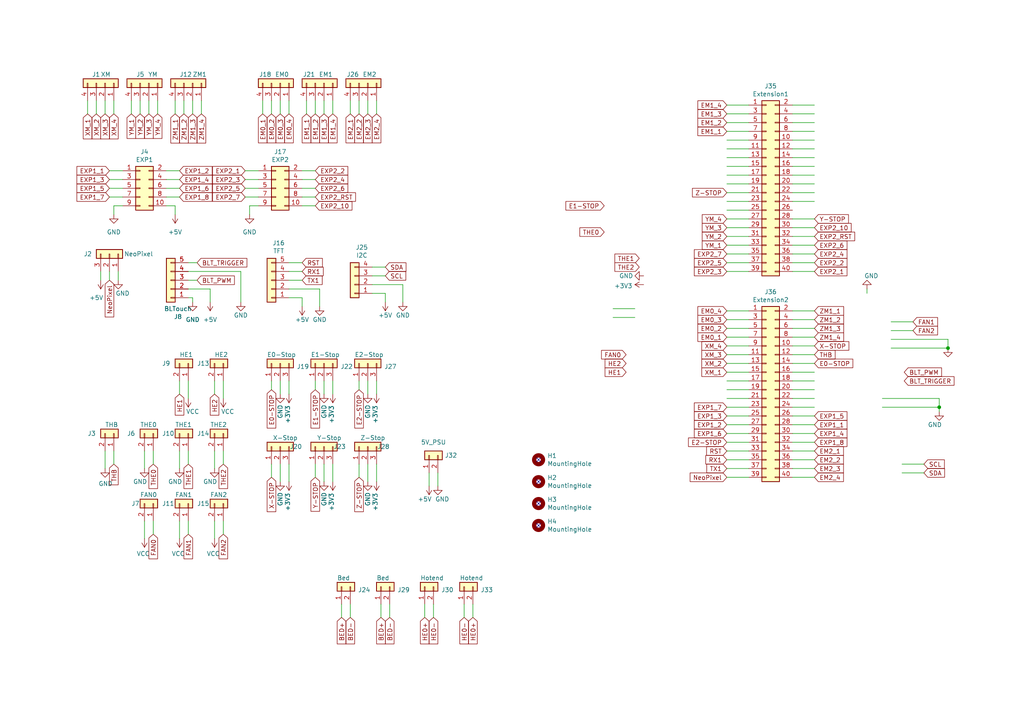
<source format=kicad_sch>
(kicad_sch (version 20230121) (generator eeschema)
  (paper "A4")
  (lib_symbols
    (symbol "Connector_Generic:Conn_01x02" (pin_names (offset 1.016) hide)
      (property "Reference" "J" (at 0 2.54 0))
      (property "Value" "Conn_01x02" (at 0 -5.08 0))
      (symbol "Conn_01x02_1_1"
        (pin passive line (at -5.08 0 0) (length 3.81) (name "Pin_1") (number "1"))
        (pin passive line (at -5.08 -2.54 0) (length 3.81) (name "Pin_2") (number "2"))
      )
    )
    (symbol "Connector_Generic:Conn_01x03" (pin_names (offset 1.016) hide)
      (property "Reference" "J" (at 0 5.08 0))
      (property "Value" "Conn_01x03" (at 0 -5.08 0))
      (symbol "Conn_01x03_1_1"
        (pin passive line (at -5.08 2.54 0) (length 3.81) (name "Pin_1") (number "1"))
        (pin passive line (at -5.08 0 0) (length 3.81) (name "Pin_2") (number "2"))
        (pin passive line (at -5.08 -2.54 0) (length 3.81) (name "Pin_3") (number "3"))
      )
    )
    (symbol "Connector_Generic:Conn_01x04" (pin_names (offset 1.016) hide)
      (property "Reference" "J" (at 0 5.08 0))
      (property "Value" "Conn_01x04" (at 0 -7.62 0))
      (symbol "Conn_01x04_1_1"
        (pin passive line (at -5.08 2.54 0) (length 3.81) (name "Pin_1") (number "1"))
        (pin passive line (at -5.08 0 0) (length 3.81) (name "Pin_2") (number "2"))
        (pin passive line (at -5.08 -2.54 0) (length 3.81) (name "Pin_3") (number "3"))
        (pin passive line (at -5.08 -5.08 0) (length 3.81) (name "Pin_4") (number "4"))
      )
    )
    (symbol "Connector_Generic:Conn_01x05" (pin_names (offset 1.016) hide)
      (property "Reference" "J" (at 0 7.62 0))
      (property "Value" "Conn_01x05" (at 0 -7.62 0))
      (symbol "Conn_01x05_1_1"
        (pin passive line (at -5.08 5.08 0) (length 3.81) (name "Pin_1") (number "1"))
        (pin passive line (at -5.08 2.54 0) (length 3.81) (name "Pin_2") (number "2"))
        (pin passive line (at -5.08 0 0) (length 3.81) (name "Pin_3") (number "3"))
        (pin passive line (at -5.08 -2.54 0) (length 3.81) (name "Pin_4") (number "4"))
        (pin passive line (at -5.08 -5.08 0) (length 3.81) (name "Pin_5") (number "5"))
      )
    )
    (symbol "Connector_Generic:Conn_02x05_Odd_Even" (pin_names (offset 1.016) hide)
      (property "Reference" "J" (at 1.27 7.62 0))
      (property "Value" "Conn_02x05_Odd_Even" (at 1.27 -7.62 0))
      (symbol "Conn_02x05_Odd_Even_1_1"
        (pin passive line (at -5.08 5.08 0) (length 3.81) (name "Pin_1") (number "1"))
        (pin passive line (at 7.62 -5.08 180) (length 3.81) (name "Pin_10") (number "10"))
        (pin passive line (at 7.62 5.08 180) (length 3.81) (name "Pin_2") (number "2"))
        (pin passive line (at -5.08 2.54 0) (length 3.81) (name "Pin_3") (number "3"))
        (pin passive line (at 7.62 2.54 180) (length 3.81) (name "Pin_4") (number "4"))
        (pin passive line (at -5.08 0 0) (length 3.81) (name "Pin_5") (number "5"))
        (pin passive line (at 7.62 0 180) (length 3.81) (name "Pin_6") (number "6"))
        (pin passive line (at -5.08 -2.54 0) (length 3.81) (name "Pin_7") (number "7"))
        (pin passive line (at 7.62 -2.54 180) (length 3.81) (name "Pin_8") (number "8"))
        (pin passive line (at -5.08 -5.08 0) (length 3.81) (name "Pin_9") (number "9"))
      )
    )
    (symbol "Connector_Generic:Conn_02x20_Odd_Even" (pin_names (offset 1.016) hide)
      (property "Reference" "J" (at 1.27 25.4 0))
      (property "Value" "Conn_02x20_Odd_Even" (at 1.27 -27.94 0))
      (symbol "Conn_02x20_Odd_Even_1_1"
        (pin passive line (at -5.08 22.86 0) (length 3.81) (name "Pin_1") (number "1"))
        (pin passive line (at 7.62 12.7 180) (length 3.81) (name "Pin_10") (number "10"))
        (pin passive line (at -5.08 10.16 0) (length 3.81) (name "Pin_11") (number "11"))
        (pin passive line (at 7.62 10.16 180) (length 3.81) (name "Pin_12") (number "12"))
        (pin passive line (at -5.08 7.62 0) (length 3.81) (name "Pin_13") (number "13"))
        (pin passive line (at 7.62 7.62 180) (length 3.81) (name "Pin_14") (number "14"))
        (pin passive line (at -5.08 5.08 0) (length 3.81) (name "Pin_15") (number "15"))
        (pin passive line (at 7.62 5.08 180) (length 3.81) (name "Pin_16") (number "16"))
        (pin passive line (at -5.08 2.54 0) (length 3.81) (name "Pin_17") (number "17"))
        (pin passive line (at 7.62 2.54 180) (length 3.81) (name "Pin_18") (number "18"))
        (pin passive line (at -5.08 0 0) (length 3.81) (name "Pin_19") (number "19"))
        (pin passive line (at 7.62 22.86 180) (length 3.81) (name "Pin_2") (number "2"))
        (pin passive line (at 7.62 0 180) (length 3.81) (name "Pin_20") (number "20"))
        (pin passive line (at -5.08 -2.54 0) (length 3.81) (name "Pin_21") (number "21"))
        (pin passive line (at 7.62 -2.54 180) (length 3.81) (name "Pin_22") (number "22"))
        (pin passive line (at -5.08 -5.08 0) (length 3.81) (name "Pin_23") (number "23"))
        (pin passive line (at 7.62 -5.08 180) (length 3.81) (name "Pin_24") (number "24"))
        (pin passive line (at -5.08 -7.62 0) (length 3.81) (name "Pin_25") (number "25"))
        (pin passive line (at 7.62 -7.62 180) (length 3.81) (name "Pin_26") (number "26"))
        (pin passive line (at -5.08 -10.16 0) (length 3.81) (name "Pin_27") (number "27"))
        (pin passive line (at 7.62 -10.16 180) (length 3.81) (name "Pin_28") (number "28"))
        (pin passive line (at -5.08 -12.7 0) (length 3.81) (name "Pin_29") (number "29"))
        (pin passive line (at -5.08 20.32 0) (length 3.81) (name "Pin_3") (number "3"))
        (pin passive line (at 7.62 -12.7 180) (length 3.81) (name "Pin_30") (number "30"))
        (pin passive line (at -5.08 -15.24 0) (length 3.81) (name "Pin_31") (number "31"))
        (pin passive line (at 7.62 -15.24 180) (length 3.81) (name "Pin_32") (number "32"))
        (pin passive line (at -5.08 -17.78 0) (length 3.81) (name "Pin_33") (number "33"))
        (pin passive line (at 7.62 -17.78 180) (length 3.81) (name "Pin_34") (number "34"))
        (pin passive line (at -5.08 -20.32 0) (length 3.81) (name "Pin_35") (number "35"))
        (pin passive line (at 7.62 -20.32 180) (length 3.81) (name "Pin_36") (number "36"))
        (pin passive line (at -5.08 -22.86 0) (length 3.81) (name "Pin_37") (number "37"))
        (pin passive line (at 7.62 -22.86 180) (length 3.81) (name "Pin_38") (number "38"))
        (pin passive line (at -5.08 -25.4 0) (length 3.81) (name "Pin_39") (number "39"))
        (pin passive line (at 7.62 20.32 180) (length 3.81) (name "Pin_4") (number "4"))
        (pin passive line (at 7.62 -25.4 180) (length 3.81) (name "Pin_40") (number "40"))
        (pin passive line (at -5.08 17.78 0) (length 3.81) (name "Pin_5") (number "5"))
        (pin passive line (at 7.62 17.78 180) (length 3.81) (name "Pin_6") (number "6"))
        (pin passive line (at -5.08 15.24 0) (length 3.81) (name "Pin_7") (number "7"))
        (pin passive line (at 7.62 15.24 180) (length 3.81) (name "Pin_8") (number "8"))
        (pin passive line (at -5.08 12.7 0) (length 3.81) (name "Pin_9") (number "9"))
      )
    )
    (symbol "Mechanical:MountingHole" (pin_names (offset 1.016))
      (property "Reference" "H" (at 0 5.08 0))
      (property "Value" "MountingHole" (at 0 3.175 0))
    )
    (symbol "breakout_boards-rescue:+3.3V-power" (power) (pin_names (offset 0))
      (property "Value" "+3.3V-power" (at 0 3.556 0))
      (symbol "+3.3V-power_1_1"
        (pin power_in line (at 0 0 90) (length 0) hide (name "+3V3") (number "1"))
      )
    )
    (symbol "power:+5V" (power) (pin_names (offset 0))
      (property "Value" "+5V" (at 0 3.556 0))
      (symbol "+5V_1_1"
        (pin power_in line (at 0 0 90) (length 0) hide (name "+5V") (number "1"))
      )
    )
    (symbol "power:GND" (power) (pin_names (offset 0))
      (property "Value" "GND" (at 0 -3.81 0))
      (symbol "GND_1_1"
        (pin power_in line (at 0 0 270) (length 0) hide (name "GND") (number "1"))
      )
    )
    (symbol "power:VCC" (power) (pin_names (offset 0))
      (property "Value" "VCC" (at 0 3.81 0))
      (symbol "VCC_1_1"
        (pin power_in line (at 0 0 90) (length 0) hide (name "VCC") (number "1"))
      )
    )
  )
  (junction (at 272.415 118.11))
  (junction (at 274.955 100.965))
  (no_connect (at 156.21 139.7))
  (no_connect (at 156.21 146.05))
  (no_connect (at 156.21 133.35))
  (no_connect (at 156.21 152.4))
  (wire (pts (xy 31.75 49.53) (xy 35.56 49.53)))
  (wire (pts (xy 217.17 68.58) (xy 210.82 68.58)))
  (wire (pts (xy 217.17 60.96) (xy 210.82 60.96)))
  (wire (pts (xy 35.56 52.07) (xy 31.75 52.07)))
  (wire (pts (xy 109.22 139.7) (xy 109.22 134.62)))
  (wire (pts (xy 229.87 73.66) (xy 236.22 73.66)))
  (wire (pts (xy 54.61 154.94) (xy 54.61 151.13)))
  (wire (pts (xy 106.68 139.7) (xy 106.68 134.62)))
  (wire (pts (xy 217.17 123.19) (xy 210.82 123.19)))
  (wire (pts (xy 88.9 29.21) (xy 88.9 33.02)))
  (wire (pts (xy 123.19 175.26) (xy 123.19 179.07)))
  (wire (pts (xy 91.44 33.02) (xy 91.44 29.21)))
  (wire (pts (xy 83.82 76.2) (xy 87.63 76.2)))
  (wire (pts (xy 33.02 59.69) (xy 35.56 59.69)))
  (wire (pts (xy 38.1 33.02) (xy 38.1 29.21)))
  (wire (pts (xy 34.29 81.28) (xy 34.29 78.74)))
  (wire (pts (xy 236.22 118.11) (xy 229.87 118.11)))
  (wire (pts (xy 217.17 135.89) (xy 210.82 135.89)))
  (wire (pts (xy 217.17 97.79) (xy 210.82 97.79)))
  (wire (pts (xy 91.44 54.61) (xy 87.63 54.61)))
  (wire (pts (xy 125.73 175.26) (xy 125.73 179.07)))
  (wire (pts (xy 64.77 115.57) (xy 64.77 110.49)))
  (wire (pts (xy 96.52 114.3) (xy 96.52 110.49)))
  (wire (pts (xy 52.07 49.53) (xy 48.26 49.53)))
  (wire (pts (xy 236.22 92.71) (xy 229.87 92.71)))
  (wire (pts (xy 87.63 86.36) (xy 83.82 86.36)))
  (wire (pts (xy 217.17 73.66) (xy 210.82 73.66)))
  (wire (pts (xy 210.82 53.34) (xy 217.17 53.34)))
  (wire (pts (xy 69.85 87.63) (xy 69.85 78.74)))
  (wire (pts (xy 177.8 92.075) (xy 184.15 92.075)))
  (wire (pts (xy 255.905 115.57) (xy 272.415 115.57)))
  (wire (pts (xy 72.39 62.23) (xy 72.39 59.69)))
  (wire (pts (xy 53.34 33.02) (xy 53.34 29.21)))
  (wire (pts (xy 124.46 137.16) (xy 124.46 140.97)))
  (wire (pts (xy 236.22 135.89) (xy 229.87 135.89)))
  (wire (pts (xy 217.17 130.81) (xy 210.82 130.81)))
  (wire (pts (xy 110.49 175.26) (xy 110.49 179.07)))
  (wire (pts (xy 236.22 66.04) (xy 229.87 66.04)))
  (wire (pts (xy 229.87 63.5) (xy 236.22 63.5)))
  (wire (pts (xy 107.95 77.47) (xy 111.76 77.47)))
  (wire (pts (xy 83.82 83.82) (xy 92.71 83.82)))
  (wire (pts (xy 52.07 130.81) (xy 52.07 135.89)))
  (wire (pts (xy 229.87 97.79) (xy 236.22 97.79)))
  (wire (pts (xy 83.82 33.02) (xy 83.82 29.21)))
  (wire (pts (xy 272.415 118.11) (xy 272.415 119.38)))
  (wire (pts (xy 78.74 113.03) (xy 78.74 110.49)))
  (wire (pts (xy 210.82 133.35) (xy 217.17 133.35)))
  (wire (pts (xy 44.45 130.81) (xy 44.45 134.62)))
  (wire (pts (xy 236.22 68.58) (xy 229.87 68.58)))
  (wire (pts (xy 217.17 100.33) (xy 210.82 100.33)))
  (wire (pts (xy 87.63 59.69) (xy 91.44 59.69)))
  (wire (pts (xy 255.905 118.11) (xy 272.415 118.11)))
  (wire (pts (xy 217.17 55.88) (xy 210.82 55.88)))
  (wire (pts (xy 25.4 33.02) (xy 25.4 29.21)))
  (wire (pts (xy 236.22 100.33) (xy 229.87 100.33)))
  (wire (pts (xy 41.91 151.13) (xy 41.91 156.21)))
  (wire (pts (xy 96.52 33.02) (xy 96.52 29.21)))
  (wire (pts (xy 217.17 90.17) (xy 210.82 90.17)))
  (wire (pts (xy 62.23 151.13) (xy 62.23 156.21)))
  (wire (pts (xy 229.87 90.17) (xy 236.22 90.17)))
  (wire (pts (xy 44.45 154.94) (xy 44.45 151.13)))
  (wire (pts (xy 217.17 92.71) (xy 210.82 92.71)))
  (wire (pts (xy 52.07 151.13) (xy 52.07 156.21)))
  (wire (pts (xy 251.46 83.82) (xy 251.46 85.09)))
  (wire (pts (xy 258.445 100.965) (xy 274.955 100.965)))
  (wire (pts (xy 217.17 102.87) (xy 210.82 102.87)))
  (wire (pts (xy 236.22 128.27) (xy 229.87 128.27)))
  (wire (pts (xy 60.96 83.82) (xy 54.61 83.82)))
  (wire (pts (xy 48.26 57.15) (xy 52.07 57.15)))
  (wire (pts (xy 29.21 78.74) (xy 29.21 81.28)))
  (wire (pts (xy 50.8 29.21) (xy 50.8 33.02)))
  (wire (pts (xy 83.82 139.7) (xy 83.82 134.62)))
  (wire (pts (xy 236.22 138.43) (xy 229.87 138.43)))
  (wire (pts (xy 106.68 29.21) (xy 106.68 33.02)))
  (wire (pts (xy 210.82 48.26) (xy 217.17 48.26)))
  (wire (pts (xy 111.76 85.09) (xy 107.95 85.09)))
  (wire (pts (xy 52.07 110.49) (xy 52.07 114.3)))
  (wire (pts (xy 217.17 30.48) (xy 210.82 30.48)))
  (wire (pts (xy 109.22 114.3) (xy 109.22 110.49)))
  (wire (pts (xy 107.95 80.01) (xy 111.76 80.01)))
  (wire (pts (xy 81.28 29.21) (xy 81.28 33.02)))
  (wire (pts (xy 210.82 63.5) (xy 217.17 63.5)))
  (wire (pts (xy 78.74 138.43) (xy 78.74 134.62)))
  (wire (pts (xy 87.63 57.15) (xy 91.44 57.15)))
  (wire (pts (xy 35.56 57.15) (xy 31.75 57.15)))
  (wire (pts (xy 60.96 87.63) (xy 60.96 83.82)))
  (wire (pts (xy 71.12 54.61) (xy 74.93 54.61)))
  (wire (pts (xy 210.82 43.18) (xy 217.17 43.18)))
  (wire (pts (xy 236.22 50.8) (xy 229.87 50.8)))
  (wire (pts (xy 236.22 40.64) (xy 229.87 40.64)))
  (wire (pts (xy 62.23 130.81) (xy 62.23 135.89)))
  (wire (pts (xy 45.72 33.02) (xy 45.72 29.21)))
  (wire (pts (xy 236.22 107.95) (xy 229.87 107.95)))
  (wire (pts (xy 229.87 105.41) (xy 236.22 105.41)))
  (wire (pts (xy 64.77 154.94) (xy 64.77 151.13)))
  (wire (pts (xy 137.16 175.26) (xy 137.16 179.07)))
  (wire (pts (xy 236.22 102.87) (xy 229.87 102.87)))
  (wire (pts (xy 87.63 78.74) (xy 83.82 78.74)))
  (wire (pts (xy 217.17 105.41) (xy 210.82 105.41)))
  (wire (pts (xy 217.17 110.49) (xy 210.82 110.49)))
  (wire (pts (xy 210.82 33.02) (xy 217.17 33.02)))
  (wire (pts (xy 91.44 113.03) (xy 91.44 110.49)))
  (wire (pts (xy 30.48 33.02) (xy 30.48 29.21)))
  (wire (pts (xy 104.14 138.43) (xy 104.14 134.62)))
  (wire (pts (xy 50.8 59.69) (xy 50.8 62.23)))
  (wire (pts (xy 31.75 81.28) (xy 31.75 78.74)))
  (wire (pts (xy 217.17 113.03) (xy 210.82 113.03)))
  (wire (pts (xy 258.445 98.425) (xy 274.955 98.425)))
  (wire (pts (xy 99.06 175.26) (xy 99.06 179.07)))
  (wire (pts (xy 101.6 175.26) (xy 101.6 179.07)))
  (wire (pts (xy 217.17 50.8) (xy 210.82 50.8)))
  (wire (pts (xy 71.12 49.53) (xy 74.93 49.53)))
  (wire (pts (xy 229.87 120.65) (xy 236.22 120.65)))
  (wire (pts (xy 33.02 62.23) (xy 33.02 59.69)))
  (wire (pts (xy 64.77 130.81) (xy 64.77 134.62)))
  (wire (pts (xy 104.14 113.03) (xy 104.14 110.49)))
  (wire (pts (xy 74.93 57.15) (xy 71.12 57.15)))
  (wire (pts (xy 210.82 125.73) (xy 217.17 125.73)))
  (wire (pts (xy 210.82 76.2) (xy 217.17 76.2)))
  (wire (pts (xy 40.64 29.21) (xy 40.64 33.02)))
  (wire (pts (xy 236.22 133.35) (xy 229.87 133.35)))
  (wire (pts (xy 210.82 78.74) (xy 217.17 78.74)))
  (wire (pts (xy 87.63 88.9) (xy 87.63 86.36)))
  (wire (pts (xy 274.955 98.425) (xy 274.955 100.965)))
  (wire (pts (xy 81.28 110.49) (xy 81.28 114.3)))
  (wire (pts (xy 229.87 38.1) (xy 236.22 38.1)))
  (wire (pts (xy 54.61 86.36) (xy 55.88 86.36)))
  (wire (pts (xy 48.26 59.69) (xy 50.8 59.69)))
  (wire (pts (xy 267.97 137.16) (xy 261.62 137.16)))
  (wire (pts (xy 236.22 113.03) (xy 229.87 113.03)))
  (wire (pts (xy 107.95 82.55) (xy 116.84 82.55)))
  (wire (pts (xy 74.93 52.07) (xy 71.12 52.07)))
  (wire (pts (xy 217.17 115.57) (xy 210.82 115.57)))
  (wire (pts (xy 229.87 58.42) (xy 236.22 58.42)))
  (wire (pts (xy 127 140.97) (xy 127 137.16)))
  (wire (pts (xy 217.17 118.11) (xy 210.82 118.11)))
  (wire (pts (xy 54.61 115.57) (xy 54.61 110.49)))
  (wire (pts (xy 229.87 43.18) (xy 236.22 43.18)))
  (wire (pts (xy 43.18 29.21) (xy 43.18 33.02)))
  (wire (pts (xy 52.07 54.61) (xy 48.26 54.61)))
  (wire (pts (xy 96.52 139.7) (xy 96.52 134.62)))
  (wire (pts (xy 92.71 83.82) (xy 92.71 88.9)))
  (wire (pts (xy 93.98 29.21) (xy 93.98 33.02)))
  (wire (pts (xy 104.14 33.02) (xy 104.14 29.21)))
  (wire (pts (xy 87.63 52.07) (xy 91.44 52.07)))
  (wire (pts (xy 272.415 115.57) (xy 272.415 118.11)))
  (wire (pts (xy 210.82 38.1) (xy 217.17 38.1)))
  (wire (pts (xy 236.22 71.12) (xy 229.87 71.12)))
  (wire (pts (xy 109.22 33.02) (xy 109.22 29.21)))
  (wire (pts (xy 76.2 29.21) (xy 76.2 33.02)))
  (wire (pts (xy 229.87 125.73) (xy 236.22 125.73)))
  (wire (pts (xy 93.98 110.49) (xy 93.98 114.3)))
  (wire (pts (xy 134.62 175.26) (xy 134.62 179.07)))
  (wire (pts (xy 236.22 35.56) (xy 229.87 35.56)))
  (wire (pts (xy 217.17 95.25) (xy 210.82 95.25)))
  (wire (pts (xy 33.02 130.81) (xy 33.02 134.62)))
  (wire (pts (xy 93.98 139.7) (xy 93.98 134.62)))
  (wire (pts (xy 236.22 78.74) (xy 229.87 78.74)))
  (wire (pts (xy 33.02 29.21) (xy 33.02 33.02)))
  (wire (pts (xy 78.74 33.02) (xy 78.74 29.21)))
  (wire (pts (xy 236.22 30.48) (xy 229.87 30.48)))
  (wire (pts (xy 101.6 29.21) (xy 101.6 33.02)))
  (wire (pts (xy 236.22 45.72) (xy 229.87 45.72)))
  (wire (pts (xy 91.44 49.53) (xy 87.63 49.53)))
  (wire (pts (xy 106.68 110.49) (xy 106.68 114.3)))
  (wire (pts (xy 236.22 123.19) (xy 229.87 123.19)))
  (wire (pts (xy 217.17 138.43) (xy 210.82 138.43)))
  (wire (pts (xy 217.17 35.56) (xy 210.82 35.56)))
  (wire (pts (xy 229.87 115.57) (xy 236.22 115.57)))
  (wire (pts (xy 111.76 87.63) (xy 111.76 85.09)))
  (wire (pts (xy 72.39 59.69) (xy 74.93 59.69)))
  (wire (pts (xy 229.87 33.02) (xy 236.22 33.02)))
  (wire (pts (xy 62.23 110.49) (xy 62.23 114.3)))
  (wire (pts (xy 31.75 54.61) (xy 35.56 54.61)))
  (wire (pts (xy 54.61 76.2) (xy 57.15 76.2)))
  (wire (pts (xy 217.17 40.64) (xy 210.82 40.64)))
  (wire (pts (xy 69.85 78.74) (xy 54.61 78.74)))
  (wire (pts (xy 30.48 135.89) (xy 30.48 130.81)))
  (wire (pts (xy 184.15 89.535) (xy 177.8 89.535)))
  (wire (pts (xy 210.82 71.12) (xy 217.17 71.12)))
  (wire (pts (xy 264.795 95.885) (xy 258.445 95.885)))
  (wire (pts (xy 91.44 138.43) (xy 91.44 134.62)))
  (wire (pts (xy 27.94 29.21) (xy 27.94 33.02)))
  (wire (pts (xy 55.88 86.36) (xy 55.88 87.63)))
  (wire (pts (xy 229.87 53.34) (xy 236.22 53.34)))
  (wire (pts (xy 258.445 93.345) (xy 264.795 93.345)))
  (wire (pts (xy 83.82 81.28) (xy 87.63 81.28)))
  (wire (pts (xy 210.82 58.42) (xy 217.17 58.42)))
  (wire (pts (xy 83.82 114.3) (xy 83.82 110.49)))
  (wire (pts (xy 261.62 134.62) (xy 267.97 134.62)))
  (wire (pts (xy 54.61 130.81) (xy 54.61 134.62)))
  (wire (pts (xy 58.42 33.02) (xy 58.42 29.21)))
  (wire (pts (xy 116.84 82.55) (xy 116.84 87.63)))
  (wire (pts (xy 210.82 128.27) (xy 217.17 128.27)))
  (wire (pts (xy 229.87 95.25) (xy 236.22 95.25)))
  (wire (pts (xy 217.17 45.72) (xy 210.82 45.72)))
  (wire (pts (xy 229.87 76.2) (xy 236.22 76.2)))
  (wire (pts (xy 57.15 81.28) (xy 54.61 81.28)))
  (wire (pts (xy 48.26 52.07) (xy 52.07 52.07)))
  (wire (pts (xy 41.91 130.81) (xy 41.91 135.89)))
  (wire (pts (xy 113.03 175.26) (xy 113.03 179.07)))
  (wire (pts (xy 236.22 55.88) (xy 229.87 55.88)))
  (wire (pts (xy 210.82 120.65) (xy 217.17 120.65)))
  (wire (pts (xy 229.87 110.49) (xy 236.22 110.49)))
  (wire (pts (xy 229.87 48.26) (xy 236.22 48.26)))
  (wire (pts (xy 210.82 66.04) (xy 217.17 66.04)))
  (wire (pts (xy 236.22 130.81) (xy 229.87 130.81)))
  (wire (pts (xy 81.28 139.7) (xy 81.28 134.62)))
  (wire (pts (xy 55.88 29.21) (xy 55.88 33.02)))
  (wire (pts (xy 217.17 107.95) (xy 210.82 107.95)))
  (global_label "E0-STOP" (shape input) (at 78.74 113.03 270) (property "Intersheetrefs" "${INTERSHEET_REFS}" (effects hide)))
  (global_label "EM2_3" (shape input) (at 106.68 33.02 270) (property "Intersheetrefs" "${INTERSHEET_REFS}" (effects hide)))
  (global_label "TX1" (shape input) (at 210.82 135.89 180) (property "Intersheetrefs" "${INTERSHEET_REFS}" (effects hide)))
  (global_label "SDA" (shape input) (at 267.97 137.16 0) (property "Intersheetrefs" "${INTERSHEET_REFS}" (effects hide)))
  (global_label "ZM1_4" (shape input) (at 236.22 97.79 0) (property "Intersheetrefs" "${INTERSHEET_REFS}" (effects hide)))
  (global_label "HE2" (shape input) (at 181.61 105.41 180) (property "Intersheetrefs" "${INTERSHEET_REFS}" (effects hide)))
  (global_label "EM1_2" (shape input) (at 91.44 33.02 270) (property "Intersheetrefs" "${INTERSHEET_REFS}" (effects hide)))
  (global_label "EXP1_8" (shape input) (at 52.07 57.15 0) (property "Intersheetrefs" "${INTERSHEET_REFS}" (effects hide)))
  (global_label "THE2" (shape input) (at 64.77 134.62 270) (property "Intersheetrefs" "${INTERSHEET_REFS}" (effects hide)))
  (global_label "YM_2" (shape input) (at 210.82 68.58 180) (property "Intersheetrefs" "${INTERSHEET_REFS}" (effects hide)))
  (global_label "EXP2_7" (shape input) (at 210.82 73.66 180) (property "Intersheetrefs" "${INTERSHEET_REFS}" (effects hide)))
  (global_label "EM0_4" (shape input) (at 210.82 90.17 180) (property "Intersheetrefs" "${INTERSHEET_REFS}" (effects hide)))
  (global_label "EXP2_RST" (shape input) (at 91.44 57.15 0) (property "Intersheetrefs" "${INTERSHEET_REFS}" (effects hide)))
  (global_label "TX1" (shape input) (at 87.63 81.28 0) (property "Intersheetrefs" "${INTERSHEET_REFS}" (effects hide)))
  (global_label "XM_1" (shape input) (at 210.82 107.95 180) (property "Intersheetrefs" "${INTERSHEET_REFS}" (effects hide)))
  (global_label "EXP2_7" (shape input) (at 71.12 57.15 180) (property "Intersheetrefs" "${INTERSHEET_REFS}" (effects hide)))
  (global_label "HE1" (shape input) (at 181.61 107.95 180) (property "Intersheetrefs" "${INTERSHEET_REFS}" (effects hide)))
  (global_label "E1-STOP" (shape input) (at 91.44 113.03 270) (property "Intersheetrefs" "${INTERSHEET_REFS}" (effects hide)))
  (global_label "X-STOP" (shape input) (at 236.22 100.33 0) (property "Intersheetrefs" "${INTERSHEET_REFS}" (effects hide)))
  (global_label "EXP2_4" (shape input) (at 91.44 52.07 0) (property "Intersheetrefs" "${INTERSHEET_REFS}" (effects hide)))
  (global_label "EXP1_4" (shape input) (at 52.07 52.07 0) (property "Intersheetrefs" "${INTERSHEET_REFS}" (effects hide)))
  (global_label "YM_3" (shape input) (at 210.82 66.04 180) (property "Intersheetrefs" "${INTERSHEET_REFS}" (effects hide)))
  (global_label "EM0_2" (shape input) (at 78.74 33.02 270) (property "Intersheetrefs" "${INTERSHEET_REFS}" (effects hide)))
  (global_label "THE1" (shape input) (at 185.42 74.93 180) (property "Intersheetrefs" "${INTERSHEET_REFS}" (effects hide)))
  (global_label "XM_4" (shape input) (at 210.82 100.33 180) (property "Intersheetrefs" "${INTERSHEET_REFS}" (effects hide)))
  (global_label "EXP2_10" (shape input) (at 91.44 59.69 0) (property "Intersheetrefs" "${INTERSHEET_REFS}" (effects hide)))
  (global_label "E2-STOP" (shape input) (at 210.82 128.27 180) (property "Intersheetrefs" "${INTERSHEET_REFS}" (effects hide)))
  (global_label "BLT_PWM" (shape input) (at 57.15 81.28 0) (property "Intersheetrefs" "${INTERSHEET_REFS}" (effects hide)))
  (global_label "Y-STOP" (shape input) (at 236.22 63.5 0) (property "Intersheetrefs" "${INTERSHEET_REFS}" (effects hide)))
  (global_label "ZM1_1" (shape input) (at 236.22 90.17 0) (property "Intersheetrefs" "${INTERSHEET_REFS}" (effects hide)))
  (global_label "THB" (shape input) (at 236.22 102.87 0) (property "Intersheetrefs" "${INTERSHEET_REFS}" (effects hide)))
  (global_label "FAN2" (shape input) (at 64.77 154.94 270) (property "Intersheetrefs" "${INTERSHEET_REFS}" (effects hide)))
  (global_label "ZM1_4" (shape input) (at 58.42 33.02 270) (property "Intersheetrefs" "${INTERSHEET_REFS}" (effects hide)))
  (global_label "Y-STOP" (shape input) (at 91.44 138.43 270) (property "Intersheetrefs" "${INTERSHEET_REFS}" (effects hide)))
  (global_label "THE0" (shape input) (at 44.45 134.62 270) (property "Intersheetrefs" "${INTERSHEET_REFS}" (effects hide)))
  (global_label "XM_2" (shape input) (at 27.94 33.02 270) (property "Intersheetrefs" "${INTERSHEET_REFS}" (effects hide)))
  (global_label "EXP2_2" (shape input) (at 91.44 49.53 0) (property "Intersheetrefs" "${INTERSHEET_REFS}" (effects hide)))
  (global_label "XM_4" (shape input) (at 33.02 33.02 270) (property "Intersheetrefs" "${INTERSHEET_REFS}" (effects hide)))
  (global_label "EXP2_4" (shape input) (at 236.22 73.66 0) (property "Intersheetrefs" "${INTERSHEET_REFS}" (effects hide)))
  (global_label "HE0+" (shape input) (at 137.16 179.07 270) (property "Intersheetrefs" "${INTERSHEET_REFS}" (effects hide)))
  (global_label "EXP1_1" (shape input) (at 31.75 49.53 180) (property "Intersheetrefs" "${INTERSHEET_REFS}" (effects hide)))
  (global_label "HE0+" (shape input) (at 123.19 179.07 270) (property "Intersheetrefs" "${INTERSHEET_REFS}" (effects hide)))
  (global_label "XM_2" (shape input) (at 210.82 105.41 180) (property "Intersheetrefs" "${INTERSHEET_REFS}" (effects hide)))
  (global_label "EXP2_2" (shape input) (at 236.22 76.2 0) (property "Intersheetrefs" "${INTERSHEET_REFS}" (effects hide)))
  (global_label "EXP2_5" (shape input) (at 210.82 76.2 180) (property "Intersheetrefs" "${INTERSHEET_REFS}" (effects hide)))
  (global_label "EM1_2" (shape input) (at 210.82 35.56 180) (property "Intersheetrefs" "${INTERSHEET_REFS}" (effects hide)))
  (global_label "EXP1_2" (shape input) (at 52.07 49.53 0) (property "Intersheetrefs" "${INTERSHEET_REFS}" (effects hide)))
  (global_label "BED-" (shape input) (at 113.03 179.07 270) (property "Intersheetrefs" "${INTERSHEET_REFS}" (effects hide)))
  (global_label "Z-STOP" (shape input) (at 104.14 138.43 270) (property "Intersheetrefs" "${INTERSHEET_REFS}" (effects hide)))
  (global_label "SCL" (shape input) (at 267.97 134.62 0) (property "Intersheetrefs" "${INTERSHEET_REFS}" (effects hide)))
  (global_label "NeoPixel" (shape input) (at 31.75 81.28 270) (property "Intersheetrefs" "${INTERSHEET_REFS}" (effects hide)))
  (global_label "EM2_3" (shape input) (at 236.22 135.89 0) (property "Intersheetrefs" "${INTERSHEET_REFS}" (effects hide)))
  (global_label "EM1_1" (shape input) (at 210.82 38.1 180) (property "Intersheetrefs" "${INTERSHEET_REFS}" (effects hide)))
  (global_label "BLT_PWM" (shape input) (at 262.255 107.95 0) (property "Intersheetrefs" "${INTERSHEET_REFS}" (effects hide)))
  (global_label "HE2" (shape input) (at 62.23 114.3 270) (property "Intersheetrefs" "${INTERSHEET_REFS}" (effects hide)))
  (global_label "EM2_2" (shape input) (at 236.22 133.35 0) (property "Intersheetrefs" "${INTERSHEET_REFS}" (effects hide)))
  (global_label "X-STOP" (shape input) (at 78.74 138.43 270) (property "Intersheetrefs" "${INTERSHEET_REFS}" (effects hide)))
  (global_label "SDA" (shape input) (at 111.76 77.47 0) (property "Intersheetrefs" "${INTERSHEET_REFS}" (effects hide)))
  (global_label "HE0-" (shape input) (at 125.73 179.07 270) (property "Intersheetrefs" "${INTERSHEET_REFS}" (effects hide)))
  (global_label "BLT_TRIGGER" (shape input) (at 57.15 76.2 0) (property "Intersheetrefs" "${INTERSHEET_REFS}" (effects hide)))
  (global_label "EXP1_6" (shape input) (at 52.07 54.61 0) (property "Intersheetrefs" "${INTERSHEET_REFS}" (effects hide)))
  (global_label "RST" (shape input) (at 210.82 130.81 180) (property "Intersheetrefs" "${INTERSHEET_REFS}" (effects hide)))
  (global_label "SCL" (shape input) (at 111.76 80.01 0) (property "Intersheetrefs" "${INTERSHEET_REFS}" (effects hide)))
  (global_label "EM0_4" (shape input) (at 83.82 33.02 270) (property "Intersheetrefs" "${INTERSHEET_REFS}" (effects hide)))
  (global_label "EXP2_3" (shape input) (at 210.82 78.74 180) (property "Intersheetrefs" "${INTERSHEET_REFS}" (effects hide)))
  (global_label "EXP1_1" (shape input) (at 236.22 123.19 0) (property "Intersheetrefs" "${INTERSHEET_REFS}" (effects hide)))
  (global_label "EM0_1" (shape input) (at 210.82 97.79 180) (property "Intersheetrefs" "${INTERSHEET_REFS}" (effects hide)))
  (global_label "THB" (shape input) (at 33.02 134.62 270) (property "Intersheetrefs" "${INTERSHEET_REFS}" (effects hide)))
  (global_label "BED+" (shape input) (at 99.06 179.07 270) (property "Intersheetrefs" "${INTERSHEET_REFS}" (effects hide)))
  (global_label "RX1" (shape input) (at 87.63 78.74 0) (property "Intersheetrefs" "${INTERSHEET_REFS}" (effects hide)))
  (global_label "EM1_4" (shape input) (at 210.82 30.48 180) (property "Intersheetrefs" "${INTERSHEET_REFS}" (effects hide)))
  (global_label "FAN1" (shape input) (at 264.795 93.345 0) (property "Intersheetrefs" "${INTERSHEET_REFS}" (effects hide)))
  (global_label "ZM1_2" (shape input) (at 236.22 92.71 0) (property "Intersheetrefs" "${INTERSHEET_REFS}" (effects hide)))
  (global_label "YM_1" (shape input) (at 38.1 33.02 270) (property "Intersheetrefs" "${INTERSHEET_REFS}" (effects hide)))
  (global_label "E0-STOP" (shape input) (at 236.22 105.41 0) (property "Intersheetrefs" "${INTERSHEET_REFS}" (effects hide)))
  (global_label "EXP2_3" (shape input) (at 71.12 52.07 180) (property "Intersheetrefs" "${INTERSHEET_REFS}" (effects hide)))
  (global_label "EM1_4" (shape input) (at 96.52 33.02 270) (property "Intersheetrefs" "${INTERSHEET_REFS}" (effects hide)))
  (global_label "XM_3" (shape input) (at 30.48 33.02 270) (property "Intersheetrefs" "${INTERSHEET_REFS}" (effects hide)))
  (global_label "YM_1" (shape input) (at 210.82 71.12 180) (property "Intersheetrefs" "${INTERSHEET_REFS}" (effects hide)))
  (global_label "EXP2_6" (shape input) (at 91.44 54.61 0) (property "Intersheetrefs" "${INTERSHEET_REFS}" (effects hide)))
  (global_label "EM2_1" (shape input) (at 101.6 33.02 270) (property "Intersheetrefs" "${INTERSHEET_REFS}" (effects hide)))
  (global_label "ZM1_3" (shape input) (at 55.88 33.02 270) (property "Intersheetrefs" "${INTERSHEET_REFS}" (effects hide)))
  (global_label "FAN1" (shape input) (at 54.61 154.94 270) (property "Intersheetrefs" "${INTERSHEET_REFS}" (effects hide)))
  (global_label "EXP1_3" (shape input) (at 31.75 52.07 180) (property "Intersheetrefs" "${INTERSHEET_REFS}" (effects hide)))
  (global_label "E1-STOP" (shape input) (at 175.26 59.69 180) (property "Intersheetrefs" "${INTERSHEET_REFS}" (effects hide)))
  (global_label "ZM1_3" (shape input) (at 236.22 95.25 0) (property "Intersheetrefs" "${INTERSHEET_REFS}" (effects hide)))
  (global_label "EM0_2" (shape input) (at 210.82 95.25 180) (property "Intersheetrefs" "${INTERSHEET_REFS}" (effects hide)))
  (global_label "E2-STOP" (shape input) (at 104.14 113.03 270) (property "Intersheetrefs" "${INTERSHEET_REFS}" (effects hide)))
  (global_label "XM_1" (shape input) (at 25.4 33.02 270) (property "Intersheetrefs" "${INTERSHEET_REFS}" (effects hide)))
  (global_label "Z-STOP" (shape input) (at 210.82 55.88 180) (property "Intersheetrefs" "${INTERSHEET_REFS}" (effects hide)))
  (global_label "EXP1_8" (shape input) (at 236.22 128.27 0) (property "Intersheetrefs" "${INTERSHEET_REFS}" (effects hide)))
  (global_label "BED+" (shape input) (at 110.49 179.07 270) (property "Intersheetrefs" "${INTERSHEET_REFS}" (effects hide)))
  (global_label "EXP1_7" (shape input) (at 31.75 57.15 180) (property "Intersheetrefs" "${INTERSHEET_REFS}" (effects hide)))
  (global_label "NeoPixel" (shape input) (at 210.82 138.43 180) (property "Intersheetrefs" "${INTERSHEET_REFS}" (effects hide)))
  (global_label "BLT_TRIGGER" (shape input) (at 262.255 110.49 0) (property "Intersheetrefs" "${INTERSHEET_REFS}" (effects hide)))
  (global_label "EM1_3" (shape input) (at 210.82 33.02 180) (property "Intersheetrefs" "${INTERSHEET_REFS}" (effects hide)))
  (global_label "EM2_4" (shape input) (at 109.22 33.02 270) (property "Intersheetrefs" "${INTERSHEET_REFS}" (effects hide)))
  (global_label "EM2_1" (shape input) (at 236.22 130.81 0) (property "Intersheetrefs" "${INTERSHEET_REFS}" (effects hide)))
  (global_label "THE1" (shape input) (at 54.61 134.62 270) (property "Intersheetrefs" "${INTERSHEET_REFS}" (effects hide)))
  (global_label "EXP2_6" (shape input) (at 236.22 71.12 0) (property "Intersheetrefs" "${INTERSHEET_REFS}" (effects hide)))
  (global_label "XM_3" (shape input) (at 210.82 102.87 180) (property "Intersheetrefs" "${INTERSHEET_REFS}" (effects hide)))
  (global_label "EXP1_6" (shape input) (at 210.82 125.73 180) (property "Intersheetrefs" "${INTERSHEET_REFS}" (effects hide)))
  (global_label "EM2_4" (shape input) (at 236.22 138.43 0) (property "Intersheetrefs" "${INTERSHEET_REFS}" (effects hide)))
  (global_label "EXP1_7" (shape input) (at 210.82 118.11 180) (property "Intersheetrefs" "${INTERSHEET_REFS}" (effects hide)))
  (global_label "FAN0" (shape input) (at 181.61 102.87 180) (property "Intersheetrefs" "${INTERSHEET_REFS}" (effects hide)))
  (global_label "EXP1_5" (shape input) (at 31.75 54.61 180) (property "Intersheetrefs" "${INTERSHEET_REFS}" (effects hide)))
  (global_label "THE0" (shape input) (at 175.26 67.31 180) (property "Intersheetrefs" "${INTERSHEET_REFS}" (effects hide)))
  (global_label "FAN2" (shape input) (at 264.795 95.885 0) (property "Intersheetrefs" "${INTERSHEET_REFS}" (effects hide)))
  (global_label "EM0_3" (shape input) (at 81.28 33.02 270) (property "Intersheetrefs" "${INTERSHEET_REFS}" (effects hide)))
  (global_label "EXP1_2" (shape input) (at 210.82 123.19 180) (property "Intersheetrefs" "${INTERSHEET_REFS}" (effects hide)))
  (global_label "EXP2_10" (shape input) (at 236.22 66.04 0) (property "Intersheetrefs" "${INTERSHEET_REFS}" (effects hide)))
  (global_label "ZM1_2" (shape input) (at 53.34 33.02 270) (property "Intersheetrefs" "${INTERSHEET_REFS}" (effects hide)))
  (global_label "EXP1_5" (shape input) (at 236.22 120.65 0) (property "Intersheetrefs" "${INTERSHEET_REFS}" (effects hide)))
  (global_label "EXP1_3" (shape input) (at 210.82 120.65 180) (property "Intersheetrefs" "${INTERSHEET_REFS}" (effects hide)))
  (global_label "YM_3" (shape input) (at 43.18 33.02 270) (property "Intersheetrefs" "${INTERSHEET_REFS}" (effects hide)))
  (global_label "EM0_1" (shape input) (at 76.2 33.02 270) (property "Intersheetrefs" "${INTERSHEET_REFS}" (effects hide)))
  (global_label "RST" (shape input) (at 87.63 76.2 0) (property "Intersheetrefs" "${INTERSHEET_REFS}" (effects hide)))
  (global_label "RX1" (shape input) (at 210.82 133.35 180) (property "Intersheetrefs" "${INTERSHEET_REFS}" (effects hide)))
  (global_label "EXP2_RST" (shape input) (at 236.22 68.58 0) (property "Intersheetrefs" "${INTERSHEET_REFS}" (effects hide)))
  (global_label "EXP2_1" (shape input) (at 71.12 49.53 180) (property "Intersheetrefs" "${INTERSHEET_REFS}" (effects hide)))
  (global_label "EM2_2" (shape input) (at 104.14 33.02 270) (property "Intersheetrefs" "${INTERSHEET_REFS}" (effects hide)))
  (global_label "ZM1_1" (shape input) (at 50.8 33.02 270) (property "Intersheetrefs" "${INTERSHEET_REFS}" (effects hide)))
  (global_label "EXP2_5" (shape input) (at 71.12 54.61 180) (property "Intersheetrefs" "${INTERSHEET_REFS}" (effects hide)))
  (global_label "EM1_1" (shape input) (at 88.9 33.02 270) (property "Intersheetrefs" "${INTERSHEET_REFS}" (effects hide)))
  (global_label "FAN0" (shape input) (at 44.45 154.94 270) (property "Intersheetrefs" "${INTERSHEET_REFS}" (effects hide)))
  (global_label "YM_4" (shape input) (at 210.82 63.5 180) (property "Intersheetrefs" "${INTERSHEET_REFS}" (effects hide)))
  (global_label "YM_2" (shape input) (at 40.64 33.02 270) (property "Intersheetrefs" "${INTERSHEET_REFS}" (effects hide)))
  (global_label "EXP1_4" (shape input) (at 236.22 125.73 0) (property "Intersheetrefs" "${INTERSHEET_REFS}" (effects hide)))
  (global_label "BED-" (shape input) (at 101.6 179.07 270) (property "Intersheetrefs" "${INTERSHEET_REFS}" (effects hide)))
  (global_label "EM1_3" (shape input) (at 93.98 33.02 270) (property "Intersheetrefs" "${INTERSHEET_REFS}" (effects hide)))
  (global_label "EXP2_1" (shape input) (at 236.22 78.74 0) (property "Intersheetrefs" "${INTERSHEET_REFS}" (effects hide)))
  (global_label "THE2" (shape input) (at 185.42 77.47 180) (property "Intersheetrefs" "${INTERSHEET_REFS}" (effects hide)))
  (global_label "YM_4" (shape input) (at 45.72 33.02 270) (property "Intersheetrefs" "${INTERSHEET_REFS}" (effects hide)))
  (global_label "EM0_3" (shape input) (at 210.82 92.71 180) (property "Intersheetrefs" "${INTERSHEET_REFS}" (effects hide)))
  (global_label "HE1" (shape input) (at 52.07 114.3 270) (property "Intersheetrefs" "${INTERSHEET_REFS}" (effects hide)))
  (global_label "HE0-" (shape input) (at 134.62 179.07 270) (property "Intersheetrefs" "${INTERSHEET_REFS}" (effects hide)))
  (symbol (lib_id "power:GND") (at 30.48 135.89 0) (unit 1)
    (property "Reference" "#PWR02" (effects hide))
    (property "Value" "GND" (at 30.607 140.2842 0))
  )
  (symbol (lib_id "power:VCC") (at 54.61 115.57 180) (unit 1)
    (property "Reference" "#PWR010" (effects hide))
    (property "Value" "VCC" (at 55.88 119.38 0))
  )
  (symbol (lib_id "Connector_Generic:Conn_01x02") (at 64.77 125.73 270) (mirror x) (unit 1)
    (property "Reference" "J14" (at 57.15 125.73 90) (effects (justify left)))
    (property "Value" "THE2" (at 60.96 123.19 90) (effects (justify left)))
    (property "Footprint" "Connector_JST:JST_XH_B2B-XH-A_1x02_P2.50mm_Vertical" (effects hide))
  )
  (symbol (lib_id "power:VCC") (at 41.91 156.21 180) (unit 1)
    (property "Reference" "#PWR06" (effects hide))
    (property "Value" "VCC" (at 41.529 160.6042 0))
  )
  (symbol (lib_id "power:GND") (at 251.46 83.82 180) (unit 1)
    (property "Reference" "#PWR043" (effects hide))
    (property "Value" "GND" (at 252.73 80.01 0))
  )
  (symbol (lib_id "Connector_Generic:Conn_01x04") (at 55.88 24.13 270) (mirror x) (unit 1)
    (property "Reference" "J12" (at 52.07 21.59 90) (effects (justify left)))
    (property "Value" "ZM1" (at 55.88 21.59 90) (effects (justify left)))
    (property "Footprint" "Connector_JST:JST_XH_B4B-XH-A_1x04_P2.50mm_Vertical" (effects hide))
  )
  (symbol (lib_id "Connector_Generic:Conn_01x03") (at 81.28 129.54 90) (unit 1)
    (property "Reference" "J20" (at 87.63 129.54 90) (effects (justify left)))
    (property "Value" "X-Stop" (at 86.36 127 90) (effects (justify left)))
    (property "Footprint" "Connector_JST:JST_XH_B3B-XH-A_1x03_P2.50mm_Vertical" (effects hide))
  )
  (symbol (lib_id "Connector_Generic:Conn_02x20_Odd_Even") (at 222.25 53.34 0) (unit 1)
    (property "Reference" "J35" (at 223.52 24.9682 0))
    (property "Value" "Extension1" (at 223.52 27.2796 0))
    (property "Footprint" "Connector_IDC:IDC-Header_2x20_P2.54mm_Vertical" (effects hide))
  )
  (symbol (lib_id "Connector_Generic:Conn_01x04") (at 30.48 24.13 270) (mirror x) (unit 1)
    (property "Reference" "J1" (at 26.67 21.59 90) (effects (justify left)))
    (property "Value" "XM" (at 29.21 21.59 90) (effects (justify left)))
    (property "Footprint" "Connector_JST:JST_XH_B4B-XH-A_1x04_P2.50mm_Vertical" (effects hide))
  )
  (symbol (lib_id "Connector_Generic:Conn_01x02") (at 44.45 146.05 270) (mirror x) (unit 1)
    (property "Reference" "J7" (at 38.1 146.05 90) (effects (justify left)))
    (property "Value" "FAN0" (at 40.64 143.51 90) (effects (justify left)))
    (property "Footprint" "Connector_JST:JST_XH_B2B-XH-A_1x02_P2.50mm_Vertical" (effects hide))
  )
  (symbol (lib_id "Connector_Generic:Conn_01x02") (at 110.49 170.18 90) (unit 1)
    (property "Reference" "J29" (at 115.2652 171.0944 90) (effects (justify right)))
    (property "Value" "Bed" (at 109.22 167.64 90) (effects (justify right)))
    (property "Footprint" "Connector_Phoenix_MSTB:PhoenixContact_MSTBA_2,5_2-G_1x02_P5.00mm_Horizontal" (effects hide))
  )
  (symbol (lib_id "Connector_Generic:Conn_01x03") (at 31.75 73.66 270) (mirror x) (unit 1)
    (property "Reference" "J2" (at 26.67 73.66 90) (effects (justify right)))
    (property "Value" "NeoPixel" (at 44.45 73.66 90) (effects (justify right)))
    (property "Footprint" "Connector_Phoenix_MSTB:PhoenixContact_MSTBA_2,5_3-G_1x03_P5.00mm_Horizontal" (effects hide))
  )
  (symbol (lib_id "power:+5V") (at 87.63 88.9 180) (unit 1)
    (property "Reference" "#PWR022" (effects hide))
    (property "Value" "+5V" (at 87.63 92.71 0))
  )
  (symbol (lib_id "power:GND") (at 106.68 114.3 0) (unit 1)
    (property "Reference" "#PWR028" (effects hide))
    (property "Value" "GND" (at 106.68 119.38 90))
  )
  (symbol (lib_id "Connector_Generic:Conn_01x05") (at 49.53 81.28 180) (unit 1)
    (property "Reference" "J8" (at 51.6128 91.8718 0))
    (property "Value" "BLTouch" (at 51.6128 89.5604 0))
    (property "Footprint" "Connector_JST:JST_XH_B5B-XH-A_1x05_P2.50mm_Vertical" (effects hide))
  )
  (symbol (lib_id "power:GND") (at 274.955 100.965 0) (unit 1)
    (property "Reference" "#PWR045" (effects hide))
    (property "Value" "GND" (effects hide))
  )
  (symbol (lib_id "power:VCC") (at 62.23 156.21 180) (unit 1)
    (property "Reference" "#PWR014" (effects hide))
    (property "Value" "VCC" (at 61.849 160.6042 0))
  )
  (symbol (lib_id "power:GND") (at 55.88 87.63 0) (unit 1)
    (property "Reference" "#PWR011" (effects hide))
    (property "Value" "GND" (at 55.88 92.71 0))
  )
  (symbol (lib_id "breakout_boards-rescue:+3.3V-power") (at 96.52 139.7 180) (unit 1)
    (property "Reference" "#PWR027" (effects hide))
    (property "Value" "+3.3V" (at 96.139 142.9512 90) (effects (justify left)))
  )
  (symbol (lib_id "breakout_boards-rescue:+3.3V-power") (at 83.82 114.3 180) (unit 1)
    (property "Reference" "#PWR020" (effects hide))
    (property "Value" "+3.3V" (at 83.439 117.5512 90) (effects (justify left)))
  )
  (symbol (lib_id "Connector_Generic:Conn_01x03") (at 106.68 105.41 90) (unit 1)
    (property "Reference" "J27" (at 111.4552 106.3244 90) (effects (justify right)))
    (property "Value" "E2-Stop" (at 102.87 102.87 90) (effects (justify right)))
    (property "Footprint" "Connector_JST:JST_XH_B3B-XH-A_1x03_P2.50mm_Vertical" (effects hide))
  )
  (symbol (lib_id "power:GND") (at 72.39 62.23 0) (unit 1)
    (property "Reference" "#PWR017" (effects hide))
    (property "Value" "GND" (at 72.39 67.31 0))
  )
  (symbol (lib_id "Connector_Generic:Conn_01x03") (at 93.98 129.54 90) (unit 1)
    (property "Reference" "J23" (at 100.33 129.54 90) (effects (justify left)))
    (property "Value" "Y-Stop" (at 99.06 127 90) (effects (justify left)))
    (property "Footprint" "Connector_JST:JST_XH_B3B-XH-A_1x03_P2.50mm_Vertical" (effects hide))
  )
  (symbol (lib_id "Connector_Generic:Conn_01x02") (at 134.62 170.18 90) (unit 1)
    (property "Reference" "J33" (at 139.3952 171.0944 90) (effects (justify right)))
    (property "Value" "Hotend" (at 133.35 167.64 90) (effects (justify right)))
    (property "Footprint" "Connector_Phoenix_MSTB:PhoenixContact_MSTBA_2,5_2-G_1x02_P5.00mm_Horizontal" (effects hide))
  )
  (symbol (lib_id "Connector_Generic:Conn_01x02") (at 54.61 125.73 270) (mirror x) (unit 1)
    (property "Reference" "J10" (at 46.99 125.73 90) (effects (justify left)))
    (property "Value" "THE1" (at 50.8 123.19 90) (effects (justify left)))
    (property "Footprint" "Connector_JST:JST_XH_B2B-XH-A_1x02_P2.50mm_Vertical" (effects hide))
  )
  (symbol (lib_id "power:VCC") (at 52.07 156.21 180) (unit 1)
    (property "Reference" "#PWR09" (effects hide))
    (property "Value" "VCC" (at 51.689 160.6042 0))
  )
  (symbol (lib_id "power:GND") (at 62.23 135.89 0) (unit 1)
    (property "Reference" "#PWR013" (effects hide))
    (property "Value" "GND" (at 60.96 139.7 0))
  )
  (symbol (lib_id "power:GND") (at 34.29 81.28 0) (mirror y) (unit 1)
    (property "Reference" "#PWR01" (effects hide))
    (property "Value" "GND" (at 35.56 85.09 0))
  )
  (symbol (lib_id "power:GND") (at 52.07 135.89 0) (unit 1)
    (property "Reference" "#PWR08" (effects hide))
    (property "Value" "GND" (at 50.8 139.7 0))
  )
  (symbol (lib_id "Connector_Generic:Conn_01x02") (at 33.02 125.73 270) (mirror x) (unit 1)
    (property "Reference" "J3" (at 25.4 125.73 90) (effects (justify left)))
    (property "Value" "THB" (at 30.48 123.19 90) (effects (justify left)))
    (property "Footprint" "Connector_JST:JST_XH_B2B-XH-A_1x02_P2.50mm_Vertical" (effects hide))
  )
  (symbol (lib_id "power:+5V") (at 50.8 62.23 180) (unit 1)
    (property "Reference" "#PWR07" (effects hide))
    (property "Value" "+5V" (at 50.8 67.31 0))
  )
  (symbol (lib_id "power:GND") (at 41.91 135.89 0) (unit 1)
    (property "Reference" "#PWR05" (effects hide))
    (property "Value" "GND" (at 40.64 139.7 0))
  )
  (symbol (lib_id "power:GND") (at 69.85 87.63 0) (unit 1)
    (property "Reference" "#PWR016" (effects hide))
    (property "Value" "GND" (at 69.85 91.44 0))
  )
  (symbol (lib_id "Mechanical:MountingHole") (at 156.21 139.7 0) (unit 1)
    (property "Reference" "H2" (at 158.75 138.5316 0) (effects (justify left)))
    (property "Value" "MountingHole" (at 158.75 140.843 0) (effects (justify left)))
    (property "Footprint" "MountingHole:MountingHole_3.2mm_M3" (effects hide))
  )
  (symbol (lib_id "breakout_boards-rescue:+3.3V-power") (at 96.52 114.3 180) (unit 1)
    (property "Reference" "#PWR026" (effects hide))
    (property "Value" "+3.3V" (at 96.139 117.5512 90) (effects (justify left)))
  )
  (symbol (lib_id "Connector_Generic:Conn_01x05") (at 78.74 81.28 180) (unit 1)
    (property "Reference" "J16" (at 80.8228 70.485 0))
    (property "Value" "TFT" (at 80.8228 72.7964 0))
    (property "Footprint" "Connector_JST:JST_XH_B5B-XH-A_1x05_P2.50mm_Vertical" (effects hide))
  )
  (symbol (lib_id "Connector_Generic:Conn_01x04") (at 102.87 82.55 180) (unit 1)
    (property "Reference" "J25" (at 104.9528 71.755 0))
    (property "Value" "I2C" (at 104.9528 74.0664 0))
    (property "Footprint" "Connector_JST:JST_XH_B4B-XH-A_1x04_P2.50mm_Vertical" (effects hide))
  )
  (symbol (lib_id "power:VCC") (at 64.77 115.57 180) (unit 1)
    (property "Reference" "#PWR015" (effects hide))
    (property "Value" "VCC" (at 66.04 119.38 0))
  )
  (symbol (lib_id "power:GND") (at 106.68 139.7 0) (mirror y) (unit 1)
    (property "Reference" "#PWR029" (effects hide))
    (property "Value" "GND" (at 106.68 144.78 90))
  )
  (symbol (lib_id "Connector_Generic:Conn_02x20_Odd_Even") (at 222.25 113.03 0) (unit 1)
    (property "Reference" "J36" (at 223.52 84.6582 0))
    (property "Value" "Extension2" (at 223.52 86.9696 0))
    (property "Footprint" "Connector_IDC:IDC-Header_2x20_P2.54mm_Vertical" (effects hide))
  )
  (symbol (lib_id "Connector_Generic:Conn_01x02") (at 123.19 170.18 90) (unit 1)
    (property "Reference" "J30" (at 127.9652 171.0944 90) (effects (justify right)))
    (property "Value" "Hotend" (at 121.92 167.64 90) (effects (justify right)))
    (property "Footprint" "Connector_Phoenix_MSTB:PhoenixContact_MSTBA_2,5_2-G_1x02_P5.00mm_Horizontal" (effects hide))
  )
  (symbol (lib_id "Connector_Generic:Conn_01x02") (at 64.77 105.41 270) (mirror x) (unit 1)
    (property "Reference" "J13" (at 57.15 105.41 90) (effects (justify left)))
    (property "Value" "HE2" (at 62.23 102.87 90) (effects (justify left)))
    (property "Footprint" "Connector_JST:JST_XH_B2B-XH-A_1x02_P2.50mm_Vertical" (effects hide))
  )
  (symbol (lib_id "Mechanical:MountingHole") (at 156.21 133.35 0) (unit 1)
    (property "Reference" "H1" (at 158.75 132.1816 0) (effects (justify left)))
    (property "Value" "MountingHole" (at 158.75 134.493 0) (effects (justify left)))
    (property "Footprint" "MountingHole:MountingHole_3.2mm_M3" (effects hide))
  )
  (symbol (lib_id "breakout_boards-rescue:+3.3V-power") (at 109.22 114.3 180) (unit 1)
    (property "Reference" "#PWR030" (effects hide))
    (property "Value" "+3.3V" (at 108.839 117.5512 90) (effects (justify left)))
  )
  (symbol (lib_id "Connector_Generic:Conn_01x03") (at 106.68 129.54 90) (unit 1)
    (property "Reference" "J28" (at 113.03 129.54 90) (effects (justify left)))
    (property "Value" "Z-Stop" (at 111.76 127 90) (effects (justify left)))
    (property "Footprint" "Connector_JST:JST_XH_B3B-XH-A_1x03_P2.50mm_Vertical" (effects hide))
  )
  (symbol (lib_id "Connector_Generic:Conn_01x02") (at 44.45 125.73 270) (mirror x) (unit 1)
    (property "Reference" "J6" (at 36.83 125.73 90) (effects (justify left)))
    (property "Value" "THE0" (at 40.64 123.19 90) (effects (justify left)))
    (property "Footprint" "Connector_JST:JST_XH_B2B-XH-A_1x02_P2.50mm_Vertical" (effects hide))
  )
  (symbol (lib_id "power:GND") (at 92.71 88.9 0) (unit 1)
    (property "Reference" "#PWR023" (effects hide))
    (property "Value" "GND" (at 92.71 92.71 0))
  )
  (symbol (lib_id "Connector_Generic:Conn_01x02") (at 54.61 146.05 270) (mirror x) (unit 1)
    (property "Reference" "J11" (at 46.99 146.05 90) (effects (justify left)))
    (property "Value" "FAN1" (at 50.8 143.51 90) (effects (justify left)))
    (property "Footprint" "Connector_JST:JST_XH_B2B-XH-A_1x02_P2.50mm_Vertical" (effects hide))
  )
  (symbol (lib_id "Connector_Generic:Conn_01x04") (at 43.18 24.13 270) (mirror x) (unit 1)
    (property "Reference" "J5" (at 41.91 21.59 90) (effects (justify right)))
    (property "Value" "YM" (at 45.72 21.59 90) (effects (justify right)))
    (property "Footprint" "Connector_JST:JST_XH_B4B-XH-A_1x04_P2.50mm_Vertical" (effects hide))
  )
  (symbol (lib_id "power:GND") (at 33.02 62.23 0) (unit 1)
    (property "Reference" "#PWR03" (effects hide))
    (property "Value" "GND" (at 33.02 67.31 0))
  )
  (symbol (lib_id "power:GND") (at 272.415 119.38 0) (unit 1)
    (property "Reference" "#PWR044" (effects hide))
    (property "Value" "GND" (at 271.145 123.19 0))
  )
  (symbol (lib_id "Connector_Generic:Conn_01x02") (at 54.61 105.41 270) (mirror x) (unit 1)
    (property "Reference" "J9" (at 46.99 105.41 90) (effects (justify left)))
    (property "Value" "HE1" (at 52.07 102.87 90) (effects (justify left)))
    (property "Footprint" "Connector_JST:JST_XH_B2B-XH-A_1x02_P2.50mm_Vertical" (effects hide))
  )
  (symbol (lib_id "Connector_Generic:Conn_01x04") (at 93.98 24.13 270) (mirror x) (unit 1)
    (property "Reference" "J21" (at 91.44 21.59 90) (effects (justify right)))
    (property "Value" "EM1" (at 96.52 21.59 90) (effects (justify right)))
    (property "Footprint" "Connector_JST:JST_XH_B4B-XH-A_1x04_P2.50mm_Vertical" (effects hide))
  )
  (symbol (lib_id "power:GND") (at 116.84 87.63 0) (unit 1)
    (property "Reference" "#PWR033" (effects hide))
    (property "Value" "GND" (at 116.84 91.44 0))
  )
  (symbol (lib_id "power:+5V") (at 60.96 87.63 180) (unit 1)
    (property "Reference" "#PWR012" (effects hide))
    (property "Value" "+5V" (at 60.96 92.71 0))
  )
  (symbol (lib_id "power:GND") (at 93.98 114.3 0) (unit 1)
    (property "Reference" "#PWR024" (effects hide))
    (property "Value" "GND" (at 93.98 119.38 90))
  )
  (symbol (lib_id "Connector_Generic:Conn_02x05_Odd_Even") (at 80.01 54.61 0) (unit 1)
    (property "Reference" "J17" (at 81.28 44.0182 0))
    (property "Value" "EXP2" (at 81.28 46.3296 0))
    (property "Footprint" "Connector_IDC:IDC-Header_2x05_P2.54mm_Vertical" (effects hide))
  )
  (symbol (lib_id "power:GND") (at 127 140.97 0) (mirror y) (unit 1)
    (property "Reference" "#PWR035" (effects hide))
    (property "Value" "GND" (at 128.27 144.78 0))
  )
  (symbol (lib_id "power:GND") (at 81.28 139.7 0) (mirror y) (unit 1)
    (property "Reference" "#PWR019" (effects hide))
    (property "Value" "GND" (at 81.28 144.78 90))
  )
  (symbol (lib_id "power:GND") (at 186.69 80.01 270) (unit 1)
    (property "Reference" "#PWR041" (effects hide))
    (property "Value" "GND" (at 181.61 80.01 90))
  )
  (symbol (lib_id "power:GND") (at 81.28 114.3 0) (unit 1)
    (property "Reference" "#PWR018" (effects hide))
    (property "Value" "GND" (at 81.28 119.38 90))
  )
  (symbol (lib_id "breakout_boards-rescue:+3.3V-power") (at 83.82 139.7 180) (unit 1)
    (property "Reference" "#PWR021" (effects hide))
    (property "Value" "+3.3V" (at 83.439 142.9512 90) (effects (justify left)))
  )
  (symbol (lib_id "Connector_Generic:Conn_01x02") (at 124.46 132.08 90) (unit 1)
    (property "Reference" "J32" (at 130.81 132.08 90))
    (property "Value" "5V_PSU" (at 125.73 128.27 90))
    (property "Footprint" "Connector_Phoenix_MSTB:PhoenixContact_MSTBA_2,5_2-G_1x02_P5.00mm_Horizontal" (effects hide))
  )
  (symbol (lib_id "Connector_Generic:Conn_01x03") (at 93.98 105.41 90) (unit 1)
    (property "Reference" "J22" (at 98.7552 106.3244 90) (effects (justify right)))
    (property "Value" "E1-Stop" (at 90.17 102.87 90) (effects (justify right)))
    (property "Footprint" "Connector_JST:JST_XH_B3B-XH-A_1x03_P2.50mm_Vertical" (effects hide))
  )
  (symbol (lib_id "Mechanical:MountingHole") (at 156.21 146.05 0) (unit 1)
    (property "Reference" "H3" (at 158.75 144.8816 0) (effects (justify left)))
    (property "Value" "MountingHole" (at 158.75 147.193 0) (effects (justify left)))
    (property "Footprint" "MountingHole:MountingHole_3.2mm_M3" (effects hide))
  )
  (symbol (lib_id "Connector_Generic:Conn_01x04") (at 81.28 24.13 270) (mirror x) (unit 1)
    (property "Reference" "J18" (at 78.74 21.59 90) (effects (justify right)))
    (property "Value" "EM0" (at 83.82 21.59 90) (effects (justify right)))
    (property "Footprint" "Connector_JST:JST_XH_B4B-XH-A_1x04_P2.50mm_Vertical" (effects hide))
  )
  (symbol (lib_id "breakout_boards-rescue:+3.3V-power") (at 109.22 139.7 180) (unit 1)
    (property "Reference" "#PWR031" (effects hide))
    (property "Value" "+3.3V" (at 108.839 142.9512 90) (effects (justify left)))
  )
  (symbol (lib_id "Connector_Generic:Conn_01x02") (at 64.77 146.05 270) (mirror x) (unit 1)
    (property "Reference" "J15" (at 57.15 146.05 90) (effects (justify left)))
    (property "Value" "FAN2" (at 60.96 143.51 90) (effects (justify left)))
    (property "Footprint" "Connector_JST:JST_XH_B2B-XH-A_1x02_P2.50mm_Vertical" (effects hide))
  )
  (symbol (lib_id "power:+5V") (at 111.76 87.63 180) (unit 1)
    (property "Reference" "#PWR032" (effects hide))
    (property "Value" "+5V" (at 111.76 91.44 0))
  )
  (symbol (lib_id "power:+5V") (at 124.46 140.97 0) (mirror x) (unit 1)
    (property "Reference" "#PWR037" (effects hide))
    (property "Value" "+5V" (at 123.19 144.78 0))
  )
  (symbol (lib_id "power:GND") (at 93.98 139.7 0) (mirror y) (unit 1)
    (property "Reference" "#PWR025" (effects hide))
    (property "Value" "GND" (at 93.98 144.78 90))
  )
  (symbol (lib_id "Connector_Generic:Conn_01x04") (at 106.68 24.13 270) (mirror x) (unit 1)
    (property "Reference" "J26" (at 104.14 21.59 90) (effects (justify right)))
    (property "Value" "EM2" (at 109.22 21.59 90) (effects (justify right)))
    (property "Footprint" "Connector_JST:JST_XH_B4B-XH-A_1x04_P2.50mm_Vertical" (effects hide))
  )
  (symbol (lib_id "Connector_Generic:Conn_01x02") (at 99.06 170.18 90) (unit 1)
    (property "Reference" "J24" (at 103.8352 171.0944 90) (effects (justify right)))
    (property "Value" "Bed" (at 97.79 167.64 90) (effects (justify right)))
    (property "Footprint" "Connector_Phoenix_MSTB:PhoenixContact_MSTBA_2,5_2-G_1x02_P5.00mm_Horizontal" (effects hide))
  )
  (symbol (lib_id "breakout_boards-rescue:+3.3V-power") (at 186.69 82.55 90) (mirror x) (unit 1)
    (property "Reference" "#PWR042" (effects hide))
    (property "Value" "+3.3V" (at 183.4388 82.931 90) (effects (justify left)))
  )
  (symbol (lib_id "Mechanical:MountingHole") (at 156.21 152.4 0) (unit 1)
    (property "Reference" "H4" (at 158.75 151.2316 0) (effects (justify left)))
    (property "Value" "MountingHole" (at 158.75 153.543 0) (effects (justify left)))
    (property "Footprint" "MountingHole:MountingHole_3.2mm_M3" (effects hide))
  )
  (symbol (lib_id "power:+5V") (at 29.21 81.28 0) (mirror x) (unit 1)
    (property "Reference" "#PWR04" (effects hide))
    (property "Value" "+5V" (at 27.94 86.36 0))
  )
  (symbol (lib_id "Connector_Generic:Conn_02x05_Odd_Even") (at 40.64 54.61 0) (unit 1)
    (property "Reference" "J4" (at 41.91 44.0182 0))
    (property "Value" "EXP1" (at 41.91 46.3296 0))
    (property "Footprint" "Connector_IDC:IDC-Header_2x05_P2.54mm_Vertical" (effects hide))
  )
  (symbol (lib_id "Connector_Generic:Conn_01x03") (at 81.28 105.41 90) (unit 1)
    (property "Reference" "J19" (at 86.0552 106.3244 90) (effects (justify right)))
    (property "Value" "E0-Stop" (at 77.47 102.87 90) (effects (justify right)))
    (property "Footprint" "Connector_JST:JST_XH_B3B-XH-A_1x03_P2.50mm_Vertical" (effects hide))
  )
)
</source>
